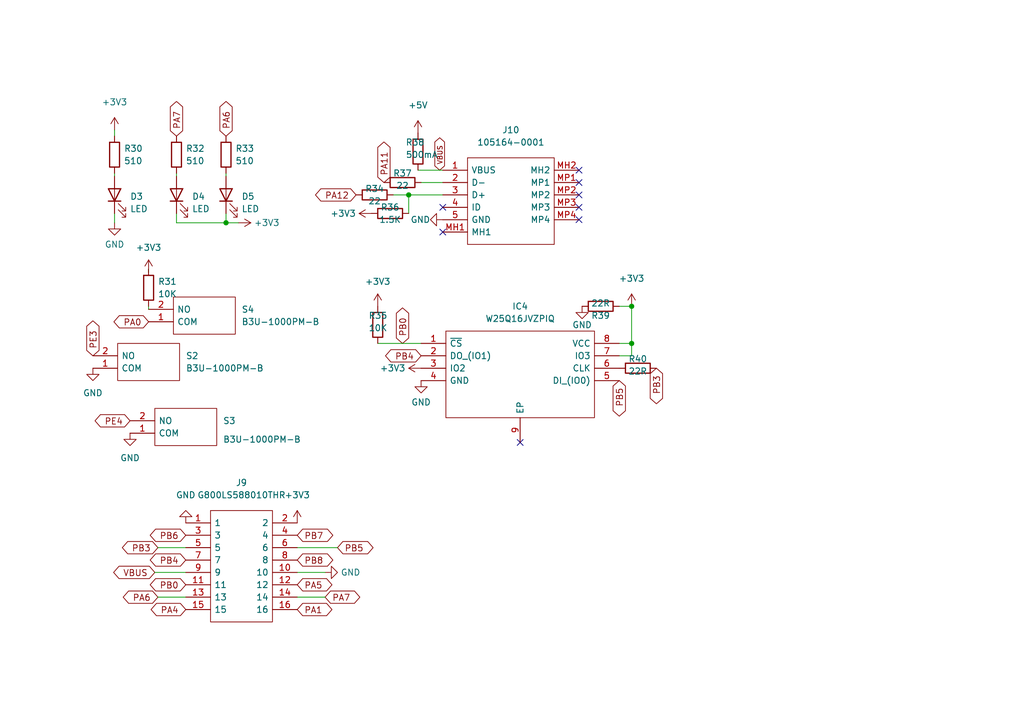
<source format=kicad_sch>
(kicad_sch (version 20211123) (generator eeschema)

  (uuid 9f9c920f-7078-4953-a528-c6eef8d23992)

  (paper "A5")

  (lib_symbols
    (symbol "Device:LED" (pin_numbers hide) (pin_names (offset 1.016) hide) (in_bom yes) (on_board yes)
      (property "Reference" "D" (id 0) (at 0 2.54 0)
        (effects (font (size 1.27 1.27)))
      )
      (property "Value" "LED" (id 1) (at 0 -2.54 0)
        (effects (font (size 1.27 1.27)))
      )
      (property "Footprint" "" (id 2) (at 0 0 0)
        (effects (font (size 1.27 1.27)) hide)
      )
      (property "Datasheet" "~" (id 3) (at 0 0 0)
        (effects (font (size 1.27 1.27)) hide)
      )
      (property "ki_keywords" "LED diode" (id 4) (at 0 0 0)
        (effects (font (size 1.27 1.27)) hide)
      )
      (property "ki_description" "Light emitting diode" (id 5) (at 0 0 0)
        (effects (font (size 1.27 1.27)) hide)
      )
      (property "ki_fp_filters" "LED* LED_SMD:* LED_THT:*" (id 6) (at 0 0 0)
        (effects (font (size 1.27 1.27)) hide)
      )
      (symbol "LED_0_1"
        (polyline
          (pts
            (xy -1.27 -1.27)
            (xy -1.27 1.27)
          )
          (stroke (width 0.254) (type default) (color 0 0 0 0))
          (fill (type none))
        )
        (polyline
          (pts
            (xy -1.27 0)
            (xy 1.27 0)
          )
          (stroke (width 0) (type default) (color 0 0 0 0))
          (fill (type none))
        )
        (polyline
          (pts
            (xy 1.27 -1.27)
            (xy 1.27 1.27)
            (xy -1.27 0)
            (xy 1.27 -1.27)
          )
          (stroke (width 0.254) (type default) (color 0 0 0 0))
          (fill (type none))
        )
        (polyline
          (pts
            (xy -3.048 -0.762)
            (xy -4.572 -2.286)
            (xy -3.81 -2.286)
            (xy -4.572 -2.286)
            (xy -4.572 -1.524)
          )
          (stroke (width 0) (type default) (color 0 0 0 0))
          (fill (type none))
        )
        (polyline
          (pts
            (xy -1.778 -0.762)
            (xy -3.302 -2.286)
            (xy -2.54 -2.286)
            (xy -3.302 -2.286)
            (xy -3.302 -1.524)
          )
          (stroke (width 0) (type default) (color 0 0 0 0))
          (fill (type none))
        )
      )
      (symbol "LED_1_1"
        (pin passive line (at -3.81 0 0) (length 2.54)
          (name "K" (effects (font (size 1.27 1.27))))
          (number "1" (effects (font (size 1.27 1.27))))
        )
        (pin passive line (at 3.81 0 180) (length 2.54)
          (name "A" (effects (font (size 1.27 1.27))))
          (number "2" (effects (font (size 1.27 1.27))))
        )
      )
    )
    (symbol "Device:R" (pin_numbers hide) (pin_names (offset 0)) (in_bom yes) (on_board yes)
      (property "Reference" "R" (id 0) (at 2.032 0 90)
        (effects (font (size 1.27 1.27)))
      )
      (property "Value" "R" (id 1) (at 0 0 90)
        (effects (font (size 1.27 1.27)))
      )
      (property "Footprint" "" (id 2) (at -1.778 0 90)
        (effects (font (size 1.27 1.27)) hide)
      )
      (property "Datasheet" "~" (id 3) (at 0 0 0)
        (effects (font (size 1.27 1.27)) hide)
      )
      (property "ki_keywords" "R res resistor" (id 4) (at 0 0 0)
        (effects (font (size 1.27 1.27)) hide)
      )
      (property "ki_description" "Resistor" (id 5) (at 0 0 0)
        (effects (font (size 1.27 1.27)) hide)
      )
      (property "ki_fp_filters" "R_*" (id 6) (at 0 0 0)
        (effects (font (size 1.27 1.27)) hide)
      )
      (symbol "R_0_1"
        (rectangle (start -1.016 -2.54) (end 1.016 2.54)
          (stroke (width 0.254) (type default) (color 0 0 0 0))
          (fill (type none))
        )
      )
      (symbol "R_1_1"
        (pin passive line (at 0 3.81 270) (length 1.27)
          (name "~" (effects (font (size 1.27 1.27))))
          (number "1" (effects (font (size 1.27 1.27))))
        )
        (pin passive line (at 0 -3.81 90) (length 1.27)
          (name "~" (effects (font (size 1.27 1.27))))
          (number "2" (effects (font (size 1.27 1.27))))
        )
      )
    )
    (symbol "SamacSys_Parts:105164-0001" (pin_names (offset 0.762)) (in_bom yes) (on_board yes)
      (property "Reference" "J" (id 0) (at 24.13 7.62 0)
        (effects (font (size 1.27 1.27)) (justify left))
      )
      (property "Value" "105164-0001" (id 1) (at 24.13 5.08 0)
        (effects (font (size 1.27 1.27)) (justify left))
      )
      (property "Footprint" "1051640001" (id 2) (at 24.13 2.54 0)
        (effects (font (size 1.27 1.27)) (justify left) hide)
      )
      (property "Datasheet" "https://www.molex.com/pdm_docs/sd/1051640001_sd.pdf" (id 3) (at 24.13 0 0)
        (effects (font (size 1.27 1.27)) (justify left) hide)
      )
      (property "Description" "USB - micro B USB 2.0 Receptacle Connector 5 Position Surface Mount, Right Angle; Through Hole" (id 4) (at 24.13 -2.54 0)
        (effects (font (size 1.27 1.27)) (justify left) hide)
      )
      (property "Height" "2.7" (id 5) (at 24.13 -5.08 0)
        (effects (font (size 1.27 1.27)) (justify left) hide)
      )
      (property "Manufacturer_Name" "Molex" (id 6) (at 24.13 -7.62 0)
        (effects (font (size 1.27 1.27)) (justify left) hide)
      )
      (property "Manufacturer_Part_Number" "105164-0001" (id 7) (at 24.13 -10.16 0)
        (effects (font (size 1.27 1.27)) (justify left) hide)
      )
      (property "Mouser Part Number" "538-105164-0001" (id 8) (at 24.13 -12.7 0)
        (effects (font (size 1.27 1.27)) (justify left) hide)
      )
      (property "Mouser Price/Stock" "https://www.mouser.co.uk/ProductDetail/Molex/105164-0001?qs=JAwGc6FMfvtRY4SkW%2FoGcQ%3D%3D" (id 9) (at 24.13 -15.24 0)
        (effects (font (size 1.27 1.27)) (justify left) hide)
      )
      (property "Arrow Part Number" "" (id 10) (at 24.13 -17.78 0)
        (effects (font (size 1.27 1.27)) (justify left) hide)
      )
      (property "Arrow Price/Stock" "" (id 11) (at 24.13 -20.32 0)
        (effects (font (size 1.27 1.27)) (justify left) hide)
      )
      (property "ki_description" "USB - micro B USB 2.0 Receptacle Connector 5 Position Surface Mount, Right Angle; Through Hole" (id 12) (at 0 0 0)
        (effects (font (size 1.27 1.27)) hide)
      )
      (symbol "105164-0001_0_0"
        (pin passive line (at 0 0 0) (length 5.08)
          (name "VBUS" (effects (font (size 1.27 1.27))))
          (number "1" (effects (font (size 1.27 1.27))))
        )
        (pin passive line (at 0 -2.54 0) (length 5.08)
          (name "D-" (effects (font (size 1.27 1.27))))
          (number "2" (effects (font (size 1.27 1.27))))
        )
        (pin passive line (at 0 -5.08 0) (length 5.08)
          (name "D+" (effects (font (size 1.27 1.27))))
          (number "3" (effects (font (size 1.27 1.27))))
        )
        (pin passive line (at 0 -7.62 0) (length 5.08)
          (name "ID" (effects (font (size 1.27 1.27))))
          (number "4" (effects (font (size 1.27 1.27))))
        )
        (pin passive line (at 0 -10.16 0) (length 5.08)
          (name "GND" (effects (font (size 1.27 1.27))))
          (number "5" (effects (font (size 1.27 1.27))))
        )
        (pin passive line (at 0 -12.7 0) (length 5.08)
          (name "MH1" (effects (font (size 1.27 1.27))))
          (number "MH1" (effects (font (size 1.27 1.27))))
        )
        (pin passive line (at 27.94 0 180) (length 5.08)
          (name "MH2" (effects (font (size 1.27 1.27))))
          (number "MH2" (effects (font (size 1.27 1.27))))
        )
        (pin passive line (at 27.94 -2.54 180) (length 5.08)
          (name "MP1" (effects (font (size 1.27 1.27))))
          (number "MP1" (effects (font (size 1.27 1.27))))
        )
        (pin passive line (at 27.94 -5.08 180) (length 5.08)
          (name "MP2" (effects (font (size 1.27 1.27))))
          (number "MP2" (effects (font (size 1.27 1.27))))
        )
        (pin passive line (at 27.94 -7.62 180) (length 5.08)
          (name "MP3" (effects (font (size 1.27 1.27))))
          (number "MP3" (effects (font (size 1.27 1.27))))
        )
        (pin passive line (at 27.94 -10.16 180) (length 5.08)
          (name "MP4" (effects (font (size 1.27 1.27))))
          (number "MP4" (effects (font (size 1.27 1.27))))
        )
      )
      (symbol "105164-0001_0_1"
        (polyline
          (pts
            (xy 5.08 2.54)
            (xy 22.86 2.54)
            (xy 22.86 -15.24)
            (xy 5.08 -15.24)
            (xy 5.08 2.54)
          )
          (stroke (width 0.1524) (type default) (color 0 0 0 0))
          (fill (type none))
        )
      )
    )
    (symbol "SamacSys_Parts:B3U-1000PM-B" (pin_names (offset 0.762)) (in_bom yes) (on_board yes)
      (property "Reference" "S" (id 0) (at 19.05 7.62 0)
        (effects (font (size 1.27 1.27)) (justify left))
      )
      (property "Value" "B3U-1000PM-B" (id 1) (at 19.05 5.08 0)
        (effects (font (size 1.27 1.27)) (justify left))
      )
      (property "Footprint" "B3U1000PMB" (id 2) (at 19.05 2.54 0)
        (effects (font (size 1.27 1.27)) (justify left) hide)
      )
      (property "Datasheet" "https://componentsearchengine.com/Datasheets/1/B3U-1000PM-B.pdf" (id 3) (at 19.05 0 0)
        (effects (font (size 1.27 1.27)) (justify left) hide)
      )
      (property "Description" "Microswitch TACT; SPST-NO; Pos:2; 0.05A/24VDC; SMT; 1.5N; 2.5x3mm" (id 4) (at 19.05 -2.54 0)
        (effects (font (size 1.27 1.27)) (justify left) hide)
      )
      (property "Height" "1.75" (id 5) (at 19.05 -5.08 0)
        (effects (font (size 1.27 1.27)) (justify left) hide)
      )
      (property "Manufacturer_Name" "Omron Electronics" (id 6) (at 19.05 -7.62 0)
        (effects (font (size 1.27 1.27)) (justify left) hide)
      )
      (property "Manufacturer_Part_Number" "B3U-1000PM-B" (id 7) (at 19.05 -10.16 0)
        (effects (font (size 1.27 1.27)) (justify left) hide)
      )
      (property "Mouser Part Number" "653-B3U-1000PM-B" (id 8) (at 19.05 -12.7 0)
        (effects (font (size 1.27 1.27)) (justify left) hide)
      )
      (property "Mouser Price/Stock" "https://www.mouser.co.uk/ProductDetail/Omron-Electronics/B3U-1000PM-B?qs=hnUcNC2tU0oErWp7o87bxg%3D%3D" (id 9) (at 19.05 -15.24 0)
        (effects (font (size 1.27 1.27)) (justify left) hide)
      )
      (property "Arrow Part Number" "" (id 10) (at 19.05 -17.78 0)
        (effects (font (size 1.27 1.27)) (justify left) hide)
      )
      (property "Arrow Price/Stock" "" (id 11) (at 19.05 -20.32 0)
        (effects (font (size 1.27 1.27)) (justify left) hide)
      )
      (property "ki_description" "Microswitch TACT; SPST-NO; Pos:2; 0.05A/24VDC; SMT; 1.5N; 2.5x3mm" (id 12) (at 0 0 0)
        (effects (font (size 1.27 1.27)) hide)
      )
      (symbol "B3U-1000PM-B_0_0"
        (pin passive line (at 0 -2.54 0) (length 5.08)
          (name "COM" (effects (font (size 1.27 1.27))))
          (number "1" (effects (font (size 1.27 1.27))))
        )
        (pin passive line (at 0 0 0) (length 5.08)
          (name "NO" (effects (font (size 1.27 1.27))))
          (number "2" (effects (font (size 1.27 1.27))))
        )
      )
      (symbol "B3U-1000PM-B_0_1"
        (polyline
          (pts
            (xy 5.08 2.54)
            (xy 17.78 2.54)
            (xy 17.78 -5.08)
            (xy 5.08 -5.08)
            (xy 5.08 2.54)
          )
          (stroke (width 0.1524) (type default) (color 0 0 0 0))
          (fill (type none))
        )
      )
    )
    (symbol "SamacSys_Parts:G800LS588010THR" (pin_names (offset 0.762)) (in_bom yes) (on_board yes)
      (property "Reference" "J" (id 0) (at 19.05 7.62 0)
        (effects (font (size 1.27 1.27)) (justify left))
      )
      (property "Value" "G800LS588010THR" (id 1) (at 19.05 5.08 0)
        (effects (font (size 1.27 1.27)) (justify left))
      )
      (property "Footprint" "HDRV16W64P254_2X8_2032X500X885P" (id 2) (at 19.05 2.54 0)
        (effects (font (size 1.27 1.27)) (justify left) hide)
      )
      (property "Datasheet" "https://cdn.amphenol-cs.com/media/wysiwyg/files/drawing/g800lsxxxxxxthr.pdf" (id 3) (at 19.05 0 0)
        (effects (font (size 1.27 1.27)) (justify left) hide)
      )
      (property "Description" "Pin Header 2.54mm Pitch STR DIP , 2x8Pin , 30u\" Gold , LCP , 6.0mm*2.54mm*3.8mm , T&R , W/CAP , Color-Black" (id 4) (at 19.05 -2.54 0)
        (effects (font (size 1.27 1.27)) (justify left) hide)
      )
      (property "Height" "8.85" (id 5) (at 19.05 -5.08 0)
        (effects (font (size 1.27 1.27)) (justify left) hide)
      )
      (property "Manufacturer_Name" "Amphenol Communications Solutions" (id 6) (at 19.05 -7.62 0)
        (effects (font (size 1.27 1.27)) (justify left) hide)
      )
      (property "Manufacturer_Part_Number" "G800LS588010THR" (id 7) (at 19.05 -10.16 0)
        (effects (font (size 1.27 1.27)) (justify left) hide)
      )
      (property "Mouser Part Number" "523-G800LS588010THR" (id 8) (at 19.05 -12.7 0)
        (effects (font (size 1.27 1.27)) (justify left) hide)
      )
      (property "Mouser Price/Stock" "https://www.mouser.co.uk/ProductDetail/Amphenol-Commercial-Products/G800LS588010THR?qs=f9yNj16SXrKju4h7nmvtWg%3D%3D" (id 9) (at 19.05 -15.24 0)
        (effects (font (size 1.27 1.27)) (justify left) hide)
      )
      (property "Arrow Part Number" "" (id 10) (at 19.05 -17.78 0)
        (effects (font (size 1.27 1.27)) (justify left) hide)
      )
      (property "Arrow Price/Stock" "" (id 11) (at 19.05 -20.32 0)
        (effects (font (size 1.27 1.27)) (justify left) hide)
      )
      (property "ki_description" "Pin Header 2.54mm Pitch STR DIP , 2x8Pin , 30u\" Gold , LCP , 6.0mm*2.54mm*3.8mm , T&R , W/CAP , Color-Black" (id 12) (at 0 0 0)
        (effects (font (size 1.27 1.27)) hide)
      )
      (symbol "G800LS588010THR_0_0"
        (pin passive line (at 0 0 0) (length 5.08)
          (name "1" (effects (font (size 1.27 1.27))))
          (number "1" (effects (font (size 1.27 1.27))))
        )
        (pin passive line (at 22.86 -10.16 180) (length 5.08)
          (name "10" (effects (font (size 1.27 1.27))))
          (number "10" (effects (font (size 1.27 1.27))))
        )
        (pin passive line (at 0 -12.7 0) (length 5.08)
          (name "11" (effects (font (size 1.27 1.27))))
          (number "11" (effects (font (size 1.27 1.27))))
        )
        (pin passive line (at 22.86 -12.7 180) (length 5.08)
          (name "12" (effects (font (size 1.27 1.27))))
          (number "12" (effects (font (size 1.27 1.27))))
        )
        (pin passive line (at 0 -15.24 0) (length 5.08)
          (name "13" (effects (font (size 1.27 1.27))))
          (number "13" (effects (font (size 1.27 1.27))))
        )
        (pin passive line (at 22.86 -15.24 180) (length 5.08)
          (name "14" (effects (font (size 1.27 1.27))))
          (number "14" (effects (font (size 1.27 1.27))))
        )
        (pin passive line (at 0 -17.78 0) (length 5.08)
          (name "15" (effects (font (size 1.27 1.27))))
          (number "15" (effects (font (size 1.27 1.27))))
        )
        (pin passive line (at 22.86 -17.78 180) (length 5.08)
          (name "16" (effects (font (size 1.27 1.27))))
          (number "16" (effects (font (size 1.27 1.27))))
        )
        (pin passive line (at 22.86 0 180) (length 5.08)
          (name "2" (effects (font (size 1.27 1.27))))
          (number "2" (effects (font (size 1.27 1.27))))
        )
        (pin passive line (at 0 -2.54 0) (length 5.08)
          (name "3" (effects (font (size 1.27 1.27))))
          (number "3" (effects (font (size 1.27 1.27))))
        )
        (pin passive line (at 22.86 -2.54 180) (length 5.08)
          (name "4" (effects (font (size 1.27 1.27))))
          (number "4" (effects (font (size 1.27 1.27))))
        )
        (pin passive line (at 0 -5.08 0) (length 5.08)
          (name "5" (effects (font (size 1.27 1.27))))
          (number "5" (effects (font (size 1.27 1.27))))
        )
        (pin passive line (at 22.86 -5.08 180) (length 5.08)
          (name "6" (effects (font (size 1.27 1.27))))
          (number "6" (effects (font (size 1.27 1.27))))
        )
        (pin passive line (at 0 -7.62 0) (length 5.08)
          (name "7" (effects (font (size 1.27 1.27))))
          (number "7" (effects (font (size 1.27 1.27))))
        )
        (pin passive line (at 22.86 -7.62 180) (length 5.08)
          (name "8" (effects (font (size 1.27 1.27))))
          (number "8" (effects (font (size 1.27 1.27))))
        )
        (pin passive line (at 0 -10.16 0) (length 5.08)
          (name "9" (effects (font (size 1.27 1.27))))
          (number "9" (effects (font (size 1.27 1.27))))
        )
      )
      (symbol "G800LS588010THR_0_1"
        (polyline
          (pts
            (xy 5.08 2.54)
            (xy 17.78 2.54)
            (xy 17.78 -20.32)
            (xy 5.08 -20.32)
            (xy 5.08 2.54)
          )
          (stroke (width 0.1524) (type default) (color 0 0 0 0))
          (fill (type none))
        )
      )
    )
    (symbol "SamacSys_Parts:W25Q16JVZPIQ" (pin_names (offset 0.762)) (in_bom yes) (on_board yes)
      (property "Reference" "IC" (id 0) (at 36.83 7.62 0)
        (effects (font (size 1.27 1.27)) (justify left))
      )
      (property "Value" "W25Q16JVZPIQ" (id 1) (at 36.83 5.08 0)
        (effects (font (size 1.27 1.27)) (justify left))
      )
      (property "Footprint" "SON127P600X500X80-9N-D" (id 2) (at 36.83 2.54 0)
        (effects (font (size 1.27 1.27)) (justify left) hide)
      )
      (property "Datasheet" "https://www.winbond.com/hq/search-resource-file.jsp?partNo=W25Q16JVZPIQ&type=datasheet" (id 3) (at 36.83 0 0)
        (effects (font (size 1.27 1.27)) (justify left) hide)
      )
      (property "Description" "16M-bit Serial Flash Memory with uniform 4KB sectors and Dual/Quad SPI" (id 4) (at 36.83 -2.54 0)
        (effects (font (size 1.27 1.27)) (justify left) hide)
      )
      (property "Height" "0.8" (id 5) (at 36.83 -5.08 0)
        (effects (font (size 1.27 1.27)) (justify left) hide)
      )
      (property "Manufacturer_Name" "Winbond" (id 6) (at 36.83 -7.62 0)
        (effects (font (size 1.27 1.27)) (justify left) hide)
      )
      (property "Manufacturer_Part_Number" "W25Q16JVZPIQ" (id 7) (at 36.83 -10.16 0)
        (effects (font (size 1.27 1.27)) (justify left) hide)
      )
      (property "Mouser Part Number" "454-W25Q16JVZPIQ" (id 8) (at 36.83 -12.7 0)
        (effects (font (size 1.27 1.27)) (justify left) hide)
      )
      (property "Mouser Price/Stock" "https://www.mouser.co.uk/ProductDetail/Winbond/W25Q16JVZPIQ?qs=qSfuJ%252Bfl%2Fd5j0dm6nxuK%252BA%3D%3D" (id 9) (at 36.83 -15.24 0)
        (effects (font (size 1.27 1.27)) (justify left) hide)
      )
      (property "Arrow Part Number" "W25Q16JVZPIQ" (id 10) (at 36.83 -17.78 0)
        (effects (font (size 1.27 1.27)) (justify left) hide)
      )
      (property "Arrow Price/Stock" "https://www.arrow.com/en/products/w25q16jvzpiq/winbond-electronics?region=nac" (id 11) (at 36.83 -20.32 0)
        (effects (font (size 1.27 1.27)) (justify left) hide)
      )
      (property "ki_description" "16M-bit Serial Flash Memory with uniform 4KB sectors and Dual/Quad SPI" (id 12) (at 0 0 0)
        (effects (font (size 1.27 1.27)) hide)
      )
      (symbol "W25Q16JVZPIQ_0_0"
        (pin passive line (at 0 0 0) (length 5.08)
          (name "~{CS}" (effects (font (size 1.27 1.27))))
          (number "1" (effects (font (size 1.27 1.27))))
        )
        (pin passive line (at 0 -2.54 0) (length 5.08)
          (name "DO_(IO1)" (effects (font (size 1.27 1.27))))
          (number "2" (effects (font (size 1.27 1.27))))
        )
        (pin passive line (at 0 -5.08 0) (length 5.08)
          (name "IO2" (effects (font (size 1.27 1.27))))
          (number "3" (effects (font (size 1.27 1.27))))
        )
        (pin passive line (at 0 -7.62 0) (length 5.08)
          (name "GND" (effects (font (size 1.27 1.27))))
          (number "4" (effects (font (size 1.27 1.27))))
        )
        (pin passive line (at 40.64 -7.62 180) (length 5.08)
          (name "DI_(IO0)" (effects (font (size 1.27 1.27))))
          (number "5" (effects (font (size 1.27 1.27))))
        )
        (pin passive line (at 40.64 -5.08 180) (length 5.08)
          (name "CLK" (effects (font (size 1.27 1.27))))
          (number "6" (effects (font (size 1.27 1.27))))
        )
        (pin passive line (at 40.64 -2.54 180) (length 5.08)
          (name "IO3" (effects (font (size 1.27 1.27))))
          (number "7" (effects (font (size 1.27 1.27))))
        )
        (pin passive line (at 40.64 0 180) (length 5.08)
          (name "VCC" (effects (font (size 1.27 1.27))))
          (number "8" (effects (font (size 1.27 1.27))))
        )
        (pin passive line (at 20.32 -20.32 90) (length 5.08)
          (name "EP" (effects (font (size 1.27 1.27))))
          (number "9" (effects (font (size 1.27 1.27))))
        )
      )
      (symbol "W25Q16JVZPIQ_0_1"
        (polyline
          (pts
            (xy 5.08 2.54)
            (xy 35.56 2.54)
            (xy 35.56 -15.24)
            (xy 5.08 -15.24)
            (xy 5.08 2.54)
          )
          (stroke (width 0.1524) (type default) (color 0 0 0 0))
          (fill (type none))
        )
      )
    )
    (symbol "power:+3V3" (power) (pin_names (offset 0)) (in_bom yes) (on_board yes)
      (property "Reference" "#PWR" (id 0) (at 0 -3.81 0)
        (effects (font (size 1.27 1.27)) hide)
      )
      (property "Value" "+3V3" (id 1) (at 0 3.556 0)
        (effects (font (size 1.27 1.27)))
      )
      (property "Footprint" "" (id 2) (at 0 0 0)
        (effects (font (size 1.27 1.27)) hide)
      )
      (property "Datasheet" "" (id 3) (at 0 0 0)
        (effects (font (size 1.27 1.27)) hide)
      )
      (property "ki_keywords" "power-flag" (id 4) (at 0 0 0)
        (effects (font (size 1.27 1.27)) hide)
      )
      (property "ki_description" "Power symbol creates a global label with name \"+3V3\"" (id 5) (at 0 0 0)
        (effects (font (size 1.27 1.27)) hide)
      )
      (symbol "+3V3_0_1"
        (polyline
          (pts
            (xy -0.762 1.27)
            (xy 0 2.54)
          )
          (stroke (width 0) (type default) (color 0 0 0 0))
          (fill (type none))
        )
        (polyline
          (pts
            (xy 0 0)
            (xy 0 2.54)
          )
          (stroke (width 0) (type default) (color 0 0 0 0))
          (fill (type none))
        )
        (polyline
          (pts
            (xy 0 2.54)
            (xy 0.762 1.27)
          )
          (stroke (width 0) (type default) (color 0 0 0 0))
          (fill (type none))
        )
      )
      (symbol "+3V3_1_1"
        (pin power_in line (at 0 0 90) (length 0) hide
          (name "+3V3" (effects (font (size 1.27 1.27))))
          (number "1" (effects (font (size 1.27 1.27))))
        )
      )
    )
    (symbol "power:+5V" (power) (pin_names (offset 0)) (in_bom yes) (on_board yes)
      (property "Reference" "#PWR" (id 0) (at 0 -3.81 0)
        (effects (font (size 1.27 1.27)) hide)
      )
      (property "Value" "+5V" (id 1) (at 0 3.556 0)
        (effects (font (size 1.27 1.27)))
      )
      (property "Footprint" "" (id 2) (at 0 0 0)
        (effects (font (size 1.27 1.27)) hide)
      )
      (property "Datasheet" "" (id 3) (at 0 0 0)
        (effects (font (size 1.27 1.27)) hide)
      )
      (property "ki_keywords" "power-flag" (id 4) (at 0 0 0)
        (effects (font (size 1.27 1.27)) hide)
      )
      (property "ki_description" "Power symbol creates a global label with name \"+5V\"" (id 5) (at 0 0 0)
        (effects (font (size 1.27 1.27)) hide)
      )
      (symbol "+5V_0_1"
        (polyline
          (pts
            (xy -0.762 1.27)
            (xy 0 2.54)
          )
          (stroke (width 0) (type default) (color 0 0 0 0))
          (fill (type none))
        )
        (polyline
          (pts
            (xy 0 0)
            (xy 0 2.54)
          )
          (stroke (width 0) (type default) (color 0 0 0 0))
          (fill (type none))
        )
        (polyline
          (pts
            (xy 0 2.54)
            (xy 0.762 1.27)
          )
          (stroke (width 0) (type default) (color 0 0 0 0))
          (fill (type none))
        )
      )
      (symbol "+5V_1_1"
        (pin power_in line (at 0 0 90) (length 0) hide
          (name "+5V" (effects (font (size 1.27 1.27))))
          (number "1" (effects (font (size 1.27 1.27))))
        )
      )
    )
    (symbol "power:GND" (power) (pin_names (offset 0)) (in_bom yes) (on_board yes)
      (property "Reference" "#PWR" (id 0) (at 0 -6.35 0)
        (effects (font (size 1.27 1.27)) hide)
      )
      (property "Value" "GND" (id 1) (at 0 -3.81 0)
        (effects (font (size 1.27 1.27)))
      )
      (property "Footprint" "" (id 2) (at 0 0 0)
        (effects (font (size 1.27 1.27)) hide)
      )
      (property "Datasheet" "" (id 3) (at 0 0 0)
        (effects (font (size 1.27 1.27)) hide)
      )
      (property "ki_keywords" "power-flag" (id 4) (at 0 0 0)
        (effects (font (size 1.27 1.27)) hide)
      )
      (property "ki_description" "Power symbol creates a global label with name \"GND\" , ground" (id 5) (at 0 0 0)
        (effects (font (size 1.27 1.27)) hide)
      )
      (symbol "GND_0_1"
        (polyline
          (pts
            (xy 0 0)
            (xy 0 -1.27)
            (xy 1.27 -1.27)
            (xy 0 -2.54)
            (xy -1.27 -1.27)
            (xy 0 -1.27)
          )
          (stroke (width 0) (type default) (color 0 0 0 0))
          (fill (type none))
        )
      )
      (symbol "GND_1_1"
        (pin power_in line (at 0 0 270) (length 0) hide
          (name "GND" (effects (font (size 1.27 1.27))))
          (number "1" (effects (font (size 1.27 1.27))))
        )
      )
    )
  )

  (junction (at 129.54 62.865) (diameter 0) (color 0 0 0 0)
    (uuid 390bad41-76ea-4fc6-94ca-cfe9da840a01)
  )
  (junction (at 129.54 70.485) (diameter 0) (color 0 0 0 0)
    (uuid 454fe3a0-bc97-4962-903f-4331c513b2e4)
  )
  (junction (at 83.82 40.005) (diameter 0) (color 0 0 0 0)
    (uuid 458663c5-12df-45ef-a086-710215b03402)
  )
  (junction (at 46.355 45.72) (diameter 0) (color 0 0 0 0)
    (uuid c25b6685-1d57-4747-97b4-def843db0876)
  )

  (no_connect (at 106.68 90.805) (uuid 15e56ead-2e43-4a83-8462-94419016c141))
  (no_connect (at 118.745 34.925) (uuid 1ddd84a2-6490-45e0-a944-3dd8c032db70))
  (no_connect (at 118.745 45.085) (uuid 1ddd84a2-6490-45e0-a944-3dd8c032db71))
  (no_connect (at 118.745 42.545) (uuid 1ddd84a2-6490-45e0-a944-3dd8c032db72))
  (no_connect (at 118.745 40.005) (uuid 1ddd84a2-6490-45e0-a944-3dd8c032db73))
  (no_connect (at 118.745 37.465) (uuid 1ddd84a2-6490-45e0-a944-3dd8c032db74))
  (no_connect (at 90.805 42.545) (uuid 1ddd84a2-6490-45e0-a944-3dd8c032db75))
  (no_connect (at 90.805 47.625) (uuid 1ddd84a2-6490-45e0-a944-3dd8c032db76))

  (wire (pts (xy 127 70.485) (xy 129.54 70.485))
    (stroke (width 0) (type default) (color 0 0 0 0))
    (uuid 00e2df2b-26dd-4bc9-b55e-f976f0be0e5c)
  )
  (wire (pts (xy 30.48 55.245) (xy 30.48 55.88))
    (stroke (width 0) (type default) (color 0 0 0 0))
    (uuid 04a8c98f-d574-4444-9961-63b3c48f5eba)
  )
  (wire (pts (xy 83.82 40.005) (xy 90.805 40.005))
    (stroke (width 0) (type default) (color 0 0 0 0))
    (uuid 05082f96-0bf1-4657-9cba-5b7228467e64)
  )
  (wire (pts (xy 85.725 34.925) (xy 90.805 34.925))
    (stroke (width 0) (type default) (color 0 0 0 0))
    (uuid 09348fc0-39e8-465c-bd83-1e966e912cb7)
  )
  (wire (pts (xy 83.82 40.005) (xy 83.82 43.815))
    (stroke (width 0) (type default) (color 0 0 0 0))
    (uuid 09f91826-f24d-4197-8923-26daad9c8248)
  )
  (wire (pts (xy 32.385 112.395) (xy 38.1 112.395))
    (stroke (width 0) (type default) (color 0 0 0 0))
    (uuid 23d143a0-1f48-47f8-8ece-74efd470296a)
  )
  (wire (pts (xy 30.48 62.865) (xy 30.48 63.5))
    (stroke (width 0) (type default) (color 0 0 0 0))
    (uuid 3285c21d-ee3d-4816-9beb-e7cc21065214)
  )
  (wire (pts (xy 23.495 36.195) (xy 23.495 35.56))
    (stroke (width 0) (type default) (color 0 0 0 0))
    (uuid 42977dc3-711e-41db-a5b8-1ca6dac55642)
  )
  (wire (pts (xy 129.54 62.865) (xy 129.54 70.485))
    (stroke (width 0) (type default) (color 0 0 0 0))
    (uuid 5a4840da-4c60-4396-918b-12d257183afc)
  )
  (wire (pts (xy 23.495 43.815) (xy 23.495 45.72))
    (stroke (width 0) (type default) (color 0 0 0 0))
    (uuid 5ff986bb-96e7-4c1f-9040-26537f5ce9bc)
  )
  (wire (pts (xy 86.36 37.465) (xy 90.805 37.465))
    (stroke (width 0) (type default) (color 0 0 0 0))
    (uuid 663d5a6f-6f6a-4611-a3e8-b64560ca86db)
  )
  (wire (pts (xy 46.355 45.72) (xy 46.355 43.815))
    (stroke (width 0) (type default) (color 0 0 0 0))
    (uuid 6e6b5dc6-fe7e-47d6-9abf-db58e733bfc6)
  )
  (wire (pts (xy 66.675 117.475) (xy 60.96 117.475))
    (stroke (width 0) (type default) (color 0 0 0 0))
    (uuid 750d20c7-44e7-4d85-b51d-7eed3d32772b)
  )
  (wire (pts (xy 36.195 45.72) (xy 46.355 45.72))
    (stroke (width 0) (type default) (color 0 0 0 0))
    (uuid 762ab5ca-a1e7-46f8-8e24-5e1f9410d4a4)
  )
  (wire (pts (xy 36.195 43.815) (xy 36.195 45.72))
    (stroke (width 0) (type default) (color 0 0 0 0))
    (uuid 7764a324-152e-43c6-aec0-17bca56b84b3)
  )
  (wire (pts (xy 48.895 45.72) (xy 46.355 45.72))
    (stroke (width 0) (type default) (color 0 0 0 0))
    (uuid 90679174-9698-4041-9f69-e5b9852567b9)
  )
  (wire (pts (xy 69.215 112.395) (xy 60.96 112.395))
    (stroke (width 0) (type default) (color 0 0 0 0))
    (uuid 949a9fc6-2a83-4195-a908-6725d6e1c73a)
  )
  (wire (pts (xy 36.195 36.195) (xy 36.195 35.56))
    (stroke (width 0) (type default) (color 0 0 0 0))
    (uuid 998bfc51-c646-4e3f-9c55-6f67a78f29e2)
  )
  (wire (pts (xy 127 73.025) (xy 129.54 73.025))
    (stroke (width 0) (type default) (color 0 0 0 0))
    (uuid a5f7a678-9853-4bcf-961a-fe302e581339)
  )
  (wire (pts (xy 23.495 26.67) (xy 23.495 27.94))
    (stroke (width 0) (type default) (color 0 0 0 0))
    (uuid a9805f2c-df89-42ad-b656-b0abafb53de2)
  )
  (wire (pts (xy 80.645 40.005) (xy 83.82 40.005))
    (stroke (width 0) (type default) (color 0 0 0 0))
    (uuid b31ea6ca-e720-43d3-9666-4758c0068a54)
  )
  (wire (pts (xy 46.355 36.195) (xy 46.355 35.56))
    (stroke (width 0) (type default) (color 0 0 0 0))
    (uuid d23493f3-20a0-49ed-9460-0281cdd1a7b6)
  )
  (wire (pts (xy 66.675 122.555) (xy 60.96 122.555))
    (stroke (width 0) (type default) (color 0 0 0 0))
    (uuid dd9c1fe5-47dc-43a6-ad37-d90d9e290280)
  )
  (wire (pts (xy 129.54 73.025) (xy 129.54 70.485))
    (stroke (width 0) (type default) (color 0 0 0 0))
    (uuid e5a43ebe-3734-477a-8e87-d68909e771b5)
  )
  (wire (pts (xy 31.75 117.475) (xy 38.1 117.475))
    (stroke (width 0) (type default) (color 0 0 0 0))
    (uuid e6c6f884-f503-453b-a0dc-07076bba4d64)
  )
  (wire (pts (xy 77.47 70.485) (xy 86.36 70.485))
    (stroke (width 0) (type default) (color 0 0 0 0))
    (uuid ed998773-2eb7-4191-8ac1-6eb81b4552a0)
  )
  (wire (pts (xy 127 62.865) (xy 129.54 62.865))
    (stroke (width 0) (type default) (color 0 0 0 0))
    (uuid f1962419-1e3d-4ff6-8708-e809f237da82)
  )
  (wire (pts (xy 32.385 122.555) (xy 38.1 122.555))
    (stroke (width 0) (type default) (color 0 0 0 0))
    (uuid fa7bd813-4b03-4907-b18e-b764402621f4)
  )

  (global_label "PA5" (shape bidirectional) (at 60.96 120.015 0) (fields_autoplaced)
    (effects (font (size 1.27 1.27)) (justify left))
    (uuid 00f72cce-7bf9-46fb-8f47-b29831940a27)
    (property "Intersheet References" "${INTERSHEET_REFS}" (id 0) (at 66.9412 119.9356 0)
      (effects (font (size 1.27 1.27)) (justify left) hide)
    )
  )
  (global_label "PB8" (shape bidirectional) (at 60.96 114.935 0) (fields_autoplaced)
    (effects (font (size 1.27 1.27)) (justify left))
    (uuid 0de5ffa5-3747-4a34-8d5a-03da6292bfe8)
    (property "Intersheet References" "${INTERSHEET_REFS}" (id 0) (at 67.1226 114.8556 0)
      (effects (font (size 1.27 1.27)) (justify left) hide)
    )
  )
  (global_label "PA0" (shape bidirectional) (at 30.48 66.04 180) (fields_autoplaced)
    (effects (font (size 1.27 1.27)) (justify right))
    (uuid 120ada3d-c235-4464-9d57-90f3e9036515)
    (property "Intersheet References" "${INTERSHEET_REFS}" (id 0) (at 24.4988 66.1194 0)
      (effects (font (size 1.27 1.27)) (justify right) hide)
    )
  )
  (global_label "PA7" (shape bidirectional) (at 36.195 27.94 90) (fields_autoplaced)
    (effects (font (size 1.27 1.27)) (justify left))
    (uuid 176e2c07-390d-4c23-81d0-2fe8282234d2)
    (property "Intersheet References" "${INTERSHEET_REFS}" (id 0) (at 36.1156 21.9588 90)
      (effects (font (size 1.27 1.27)) (justify left) hide)
    )
  )
  (global_label "PA6" (shape bidirectional) (at 32.385 122.555 180) (fields_autoplaced)
    (effects (font (size 1.27 1.27)) (justify right))
    (uuid 1774c4ca-8c98-4d6f-a8e3-d79676d946b8)
    (property "Intersheet References" "${INTERSHEET_REFS}" (id 0) (at 26.4038 122.4756 0)
      (effects (font (size 1.27 1.27)) (justify right) hide)
    )
  )
  (global_label "PB4" (shape bidirectional) (at 38.1 114.935 180) (fields_autoplaced)
    (effects (font (size 1.27 1.27)) (justify right))
    (uuid 1aed32b3-ab41-4f5f-92e7-653c57afae09)
    (property "Intersheet References" "${INTERSHEET_REFS}" (id 0) (at 31.9374 115.0144 0)
      (effects (font (size 1.27 1.27)) (justify right) hide)
    )
  )
  (global_label "PB3" (shape bidirectional) (at 32.385 112.395 180) (fields_autoplaced)
    (effects (font (size 1.27 1.27)) (justify right))
    (uuid 30e3a0bb-6fd5-43fc-ba44-5e26f78bf9ea)
    (property "Intersheet References" "${INTERSHEET_REFS}" (id 0) (at 26.2224 112.4744 0)
      (effects (font (size 1.27 1.27)) (justify right) hide)
    )
  )
  (global_label "PB7" (shape bidirectional) (at 60.96 109.855 0) (fields_autoplaced)
    (effects (font (size 1.27 1.27)) (justify left))
    (uuid 4800e056-f750-453b-83f3-8ac1f510074e)
    (property "Intersheet References" "${INTERSHEET_REFS}" (id 0) (at 67.1226 109.7756 0)
      (effects (font (size 1.27 1.27)) (justify left) hide)
    )
  )
  (global_label "PA4" (shape bidirectional) (at 38.1 125.095 180) (fields_autoplaced)
    (effects (font (size 1.27 1.27)) (justify right))
    (uuid 58704a3f-977c-49c9-82ab-77f543f9a6ee)
    (property "Intersheet References" "${INTERSHEET_REFS}" (id 0) (at 32.1188 125.0156 0)
      (effects (font (size 1.27 1.27)) (justify right) hide)
    )
  )
  (global_label "PB0" (shape bidirectional) (at 82.55 70.485 90) (fields_autoplaced)
    (effects (font (size 1.27 1.27)) (justify left))
    (uuid 5a64cb40-ddd2-44bf-8016-060d4ce732bb)
    (property "Intersheet References" "${INTERSHEET_REFS}" (id 0) (at 82.4706 64.3224 90)
      (effects (font (size 1.27 1.27)) (justify left) hide)
    )
  )
  (global_label "PB3" (shape bidirectional) (at 134.62 75.565 270) (fields_autoplaced)
    (effects (font (size 1.27 1.27)) (justify right))
    (uuid 5cd7e07e-87a7-4d3e-b855-8820c9a41e05)
    (property "Intersheet References" "${INTERSHEET_REFS}" (id 0) (at 134.6994 81.7276 90)
      (effects (font (size 1.27 1.27)) (justify right) hide)
    )
  )
  (global_label "PA12" (shape bidirectional) (at 73.025 40.005 180) (fields_autoplaced)
    (effects (font (size 1.27 1.27)) (justify right))
    (uuid 69fb416f-e83f-4137-8ede-72da70126b69)
    (property "Intersheet References" "${INTERSHEET_REFS}" (id 0) (at 65.8343 40.0844 0)
      (effects (font (size 1.27 1.27)) (justify right) hide)
    )
  )
  (global_label "PB6" (shape bidirectional) (at 38.1 109.855 180) (fields_autoplaced)
    (effects (font (size 1.27 1.27)) (justify right))
    (uuid 7402944d-f56c-4ae3-9830-c5a39648d15c)
    (property "Intersheet References" "${INTERSHEET_REFS}" (id 0) (at 31.9374 109.9344 0)
      (effects (font (size 1.27 1.27)) (justify right) hide)
    )
  )
  (global_label "VBUS" (shape bidirectional) (at 90.17 34.925 90) (fields_autoplaced)
    (effects (font (size 1 1)) (justify left))
    (uuid 75016600-f2b8-4e7b-8509-522c8d98f482)
    (property "Intersheet References" "${INTERSHEET_REFS}" (id 0) (at 90.1075 29.1679 90)
      (effects (font (size 1 1)) (justify left) hide)
    )
  )
  (global_label "PB5" (shape bidirectional) (at 127 78.105 270) (fields_autoplaced)
    (effects (font (size 1.27 1.27)) (justify right))
    (uuid 7928503b-9882-4b5c-9a5a-db31694988cd)
    (property "Intersheet References" "${INTERSHEET_REFS}" (id 0) (at 127.0794 84.2676 90)
      (effects (font (size 1.27 1.27)) (justify right) hide)
    )
  )
  (global_label "PA1" (shape bidirectional) (at 60.96 125.095 0) (fields_autoplaced)
    (effects (font (size 1.27 1.27)) (justify left))
    (uuid 88824895-35ed-4656-8385-8fc4550b8582)
    (property "Intersheet References" "${INTERSHEET_REFS}" (id 0) (at 66.9412 125.0156 0)
      (effects (font (size 1.27 1.27)) (justify left) hide)
    )
  )
  (global_label "PE3" (shape bidirectional) (at 19.05 73.025 90) (fields_autoplaced)
    (effects (font (size 1.27 1.27)) (justify left))
    (uuid 8e0a51bb-c3f9-41c0-9f71-18d0a0c35cdd)
    (property "Intersheet References" "${INTERSHEET_REFS}" (id 0) (at 18.9706 66.9833 90)
      (effects (font (size 1.27 1.27)) (justify left) hide)
    )
  )
  (global_label "PA6" (shape bidirectional) (at 46.355 27.94 90) (fields_autoplaced)
    (effects (font (size 1.27 1.27)) (justify left))
    (uuid 98aef741-20f6-4c25-a656-d8810fac4f04)
    (property "Intersheet References" "${INTERSHEET_REFS}" (id 0) (at 46.2756 21.9588 90)
      (effects (font (size 1.27 1.27)) (justify left) hide)
    )
  )
  (global_label "VBUS" (shape bidirectional) (at 31.75 117.475 180) (fields_autoplaced)
    (effects (font (size 1.27 1.27)) (justify right))
    (uuid a2e2b275-b5ae-4378-a65e-041504a63095)
    (property "Intersheet References" "${INTERSHEET_REFS}" (id 0) (at 24.4383 117.5544 0)
      (effects (font (size 1.27 1.27)) (justify right) hide)
    )
  )
  (global_label "PB4" (shape bidirectional) (at 86.36 73.025 180) (fields_autoplaced)
    (effects (font (size 1.27 1.27)) (justify right))
    (uuid c3393261-165b-402c-8314-d444ff68e140)
    (property "Intersheet References" "${INTERSHEET_REFS}" (id 0) (at 80.1974 72.9456 0)
      (effects (font (size 1.27 1.27)) (justify right) hide)
    )
  )
  (global_label "PB5" (shape bidirectional) (at 69.215 112.395 0) (fields_autoplaced)
    (effects (font (size 1.27 1.27)) (justify left))
    (uuid ccdfc4e3-04b8-48a0-af12-08ae405a31bb)
    (property "Intersheet References" "${INTERSHEET_REFS}" (id 0) (at 75.3776 112.3156 0)
      (effects (font (size 1.27 1.27)) (justify left) hide)
    )
  )
  (global_label "PB0" (shape bidirectional) (at 38.1 120.015 180) (fields_autoplaced)
    (effects (font (size 1.27 1.27)) (justify right))
    (uuid d0e7fcef-1950-47aa-a404-0f5a40dd3092)
    (property "Intersheet References" "${INTERSHEET_REFS}" (id 0) (at 31.9374 119.9356 0)
      (effects (font (size 1.27 1.27)) (justify right) hide)
    )
  )
  (global_label "PA11" (shape bidirectional) (at 78.74 37.465 90) (fields_autoplaced)
    (effects (font (size 1.27 1.27)) (justify left))
    (uuid d8526547-5bef-4c93-8584-9bb73c9cfa96)
    (property "Intersheet References" "${INTERSHEET_REFS}" (id 0) (at 78.6606 30.2743 90)
      (effects (font (size 1.27 1.27)) (justify left) hide)
    )
  )
  (global_label "PA7" (shape bidirectional) (at 66.675 122.555 0) (fields_autoplaced)
    (effects (font (size 1.27 1.27)) (justify left))
    (uuid ef13de16-fba5-4fee-b7b4-509326cb192e)
    (property "Intersheet References" "${INTERSHEET_REFS}" (id 0) (at 72.6562 122.4756 0)
      (effects (font (size 1.27 1.27)) (justify left) hide)
    )
  )
  (global_label "PE4" (shape bidirectional) (at 26.67 86.36 180) (fields_autoplaced)
    (effects (font (size 1.27 1.27)) (justify right))
    (uuid fa532670-3506-4f63-99ff-fd71a560e0e3)
    (property "Intersheet References" "${INTERSHEET_REFS}" (id 0) (at 20.6283 86.4394 0)
      (effects (font (size 1.27 1.27)) (justify right) hide)
    )
  )

  (symbol (lib_id "power:+3V3") (at 30.48 55.88 0) (unit 1)
    (in_bom yes) (on_board yes) (fields_autoplaced)
    (uuid 0165ffa7-cc42-4e5d-8be9-52cd516879e1)
    (property "Reference" "#PWR069" (id 0) (at 30.48 59.69 0)
      (effects (font (size 1.27 1.27)) hide)
    )
    (property "Value" "+3V3" (id 1) (at 30.48 50.8 0))
    (property "Footprint" "" (id 2) (at 30.48 55.88 0)
      (effects (font (size 1.27 1.27)) hide)
    )
    (property "Datasheet" "" (id 3) (at 30.48 55.88 0)
      (effects (font (size 1.27 1.27)) hide)
    )
    (pin "1" (uuid 1c9f54d1-5059-4056-a112-32c81069cc05))
  )

  (symbol (lib_id "power:+3V3") (at 76.2 43.815 90) (unit 1)
    (in_bom yes) (on_board yes) (fields_autoplaced)
    (uuid 05a55fe2-0800-4091-a6f2-4ab41bdb6ad2)
    (property "Reference" "#PWR074" (id 0) (at 80.01 43.815 0)
      (effects (font (size 1.27 1.27)) hide)
    )
    (property "Value" "+3V3" (id 1) (at 73.025 43.8149 90)
      (effects (font (size 1.27 1.27)) (justify left))
    )
    (property "Footprint" "" (id 2) (at 76.2 43.815 0)
      (effects (font (size 1.27 1.27)) hide)
    )
    (property "Datasheet" "" (id 3) (at 76.2 43.815 0)
      (effects (font (size 1.27 1.27)) hide)
    )
    (pin "1" (uuid 1ddf39cf-e0b8-41e0-b640-b18f9fe7bacb))
  )

  (symbol (lib_id "Device:R") (at 46.355 31.75 0) (unit 1)
    (in_bom yes) (on_board yes) (fields_autoplaced)
    (uuid 12f8a394-4d8d-46a7-9812-5fd44885c925)
    (property "Reference" "R33" (id 0) (at 48.26 30.4799 0)
      (effects (font (size 1.27 1.27)) (justify left))
    )
    (property "Value" "510" (id 1) (at 48.26 33.0199 0)
      (effects (font (size 1.27 1.27)) (justify left))
    )
    (property "Footprint" "LED_SMD:LED_0603_1608Metric_Pad1.05x0.95mm_HandSolder" (id 2) (at 44.577 31.75 90)
      (effects (font (size 1.27 1.27)) hide)
    )
    (property "Datasheet" "~" (id 3) (at 46.355 31.75 0)
      (effects (font (size 1.27 1.27)) hide)
    )
    (pin "1" (uuid 15af1be1-8316-4355-8392-5e3ae63a9bf0))
    (pin "2" (uuid 8b883022-fb12-4ada-b8cc-aebfc6ff0a09))
  )

  (symbol (lib_id "power:+3V3") (at 23.495 26.67 0) (unit 1)
    (in_bom yes) (on_board yes) (fields_autoplaced)
    (uuid 18365f9f-4697-4206-8c1d-82d6dcdeaf22)
    (property "Reference" "#PWR066" (id 0) (at 23.495 30.48 0)
      (effects (font (size 1.27 1.27)) hide)
    )
    (property "Value" "+3V3" (id 1) (at 23.495 20.955 0))
    (property "Footprint" "" (id 2) (at 23.495 26.67 0)
      (effects (font (size 1.27 1.27)) hide)
    )
    (property "Datasheet" "" (id 3) (at 23.495 26.67 0)
      (effects (font (size 1.27 1.27)) hide)
    )
    (pin "1" (uuid 9523eeb7-916c-45d5-8893-63d67d86aa9a))
  )

  (symbol (lib_id "SamacSys_Parts:G800LS588010THR") (at 38.1 107.315 0) (unit 1)
    (in_bom yes) (on_board yes) (fields_autoplaced)
    (uuid 2321579c-c2d2-40c7-94ba-4e002981920e)
    (property "Reference" "J9" (id 0) (at 49.53 99.06 0))
    (property "Value" "G800LS588010THR" (id 1) (at 49.53 101.6 0))
    (property "Footprint" "HDRV16W64P254_2X8_2032X500X885P" (id 2) (at 57.15 104.775 0)
      (effects (font (size 1.27 1.27)) (justify left) hide)
    )
    (property "Datasheet" "https://cdn.amphenol-cs.com/media/wysiwyg/files/drawing/g800lsxxxxxxthr.pdf" (id 3) (at 57.15 107.315 0)
      (effects (font (size 1.27 1.27)) (justify left) hide)
    )
    (property "Description" "Pin Header 2.54mm Pitch STR DIP , 2x8Pin , 30u\" Gold , LCP , 6.0mm*2.54mm*3.8mm , T&R , W/CAP , Color-Black" (id 4) (at 57.15 109.855 0)
      (effects (font (size 1.27 1.27)) (justify left) hide)
    )
    (property "Height" "8.85" (id 5) (at 57.15 112.395 0)
      (effects (font (size 1.27 1.27)) (justify left) hide)
    )
    (property "Manufacturer_Name" "Amphenol Communications Solutions" (id 6) (at 57.15 114.935 0)
      (effects (font (size 1.27 1.27)) (justify left) hide)
    )
    (property "Manufacturer_Part_Number" "G800LS588010THR" (id 7) (at 57.15 117.475 0)
      (effects (font (size 1.27 1.27)) (justify left) hide)
    )
    (property "Mouser Part Number" "523-G800LS588010THR" (id 8) (at 57.15 120.015 0)
      (effects (font (size 1.27 1.27)) (justify left) hide)
    )
    (property "Mouser Price/Stock" "https://www.mouser.co.uk/ProductDetail/Amphenol-Commercial-Products/G800LS588010THR?qs=f9yNj16SXrKju4h7nmvtWg%3D%3D" (id 9) (at 57.15 122.555 0)
      (effects (font (size 1.27 1.27)) (justify left) hide)
    )
    (property "Arrow Part Number" "" (id 10) (at 57.15 125.095 0)
      (effects (font (size 1.27 1.27)) (justify left) hide)
    )
    (property "Arrow Price/Stock" "" (id 11) (at 57.15 127.635 0)
      (effects (font (size 1.27 1.27)) (justify left) hide)
    )
    (pin "1" (uuid 762ef95e-06a8-4d3a-8455-9cc4fdef040f))
    (pin "10" (uuid 11019a4d-dc72-45bd-9856-4fc5b7501bee))
    (pin "11" (uuid 5fa1c7ad-fd1b-44c2-a800-5c59f0f2b2aa))
    (pin "12" (uuid 86702eec-cb22-435a-92f3-6816b4193437))
    (pin "13" (uuid 4416c5a7-e301-4cfd-a69b-709c49b221e8))
    (pin "14" (uuid 0a2dcb7a-2221-47ce-ba2a-84e30d8d0efc))
    (pin "15" (uuid caee517e-4119-4f36-a64f-4d6d59d0209f))
    (pin "16" (uuid 1f2b4214-7545-487b-adc3-9fe5219faed8))
    (pin "2" (uuid a9e0562c-e495-4de7-941e-18744c41c710))
    (pin "3" (uuid e575a6eb-a0fd-4e1a-b413-29cc2e74dfb3))
    (pin "4" (uuid 23635ee5-36ae-4124-9cb3-6a361c362074))
    (pin "5" (uuid 4a8853d5-4cef-4676-91ce-7db1dc3a6e02))
    (pin "6" (uuid 3e42f443-e861-4a42-a498-d4222df07a25))
    (pin "7" (uuid 37cdbfa2-7001-4319-8020-bfdde27406e0))
    (pin "8" (uuid 15d765b4-3ea2-4509-a03f-9da5584338c2))
    (pin "9" (uuid 8ce4c75c-42d8-4981-854d-2cab2a77e5ff))
  )

  (symbol (lib_id "Device:R") (at 123.19 62.865 270) (unit 1)
    (in_bom yes) (on_board yes)
    (uuid 23fc8b90-0573-4d43-a2fe-9b72d55cebb6)
    (property "Reference" "R39" (id 0) (at 123.19 64.77 90))
    (property "Value" "22R" (id 1) (at 123.19 62.23 90))
    (property "Footprint" "LED_SMD:LED_0603_1608Metric_Pad1.05x0.95mm_HandSolder" (id 2) (at 123.19 61.087 90)
      (effects (font (size 1.27 1.27)) hide)
    )
    (property "Datasheet" "~" (id 3) (at 123.19 62.865 0)
      (effects (font (size 1.27 1.27)) hide)
    )
    (pin "1" (uuid d0dd8660-46ab-40ff-a6f3-cae0bf4d0b2e))
    (pin "2" (uuid 1d331856-33a4-469b-8f13-c799eea05827))
  )

  (symbol (lib_id "power:+5V") (at 85.725 27.305 0) (unit 1)
    (in_bom yes) (on_board yes) (fields_autoplaced)
    (uuid 28563bed-54ac-42af-b58b-de14258d27eb)
    (property "Reference" "#PWR076" (id 0) (at 85.725 31.115 0)
      (effects (font (size 1.27 1.27)) hide)
    )
    (property "Value" "+5V" (id 1) (at 85.725 21.59 0))
    (property "Footprint" "" (id 2) (at 85.725 27.305 0)
      (effects (font (size 1.27 1.27)) hide)
    )
    (property "Datasheet" "" (id 3) (at 85.725 27.305 0)
      (effects (font (size 1.27 1.27)) hide)
    )
    (pin "1" (uuid 6ec61164-4167-49b4-8275-c72024d387fe))
  )

  (symbol (lib_id "power:GND") (at 86.36 78.105 0) (unit 1)
    (in_bom yes) (on_board yes)
    (uuid 2921b36a-ecfa-4d6f-87be-c3e961442a2e)
    (property "Reference" "#PWR078" (id 0) (at 86.36 84.455 0)
      (effects (font (size 1.27 1.27)) hide)
    )
    (property "Value" "GND" (id 1) (at 86.36 82.55 0))
    (property "Footprint" "" (id 2) (at 86.36 78.105 0)
      (effects (font (size 1.27 1.27)) hide)
    )
    (property "Datasheet" "" (id 3) (at 86.36 78.105 0)
      (effects (font (size 1.27 1.27)) hide)
    )
    (pin "1" (uuid ee2f0e51-bcf4-48ea-b328-408cd74ffd5c))
  )

  (symbol (lib_id "power:GND") (at 23.495 45.72 0) (unit 1)
    (in_bom yes) (on_board yes) (fields_autoplaced)
    (uuid 292f9b24-ebd7-4cd7-9517-7108690bc728)
    (property "Reference" "#PWR067" (id 0) (at 23.495 52.07 0)
      (effects (font (size 1.27 1.27)) hide)
    )
    (property "Value" "GND" (id 1) (at 23.495 50.165 0))
    (property "Footprint" "" (id 2) (at 23.495 45.72 0)
      (effects (font (size 1.27 1.27)) hide)
    )
    (property "Datasheet" "" (id 3) (at 23.495 45.72 0)
      (effects (font (size 1.27 1.27)) hide)
    )
    (pin "1" (uuid b6f57ea8-01b5-4b6c-b509-7af11134d214))
  )

  (symbol (lib_id "Device:R") (at 30.48 59.055 0) (unit 1)
    (in_bom yes) (on_board yes) (fields_autoplaced)
    (uuid 2fa49c84-a95c-4fc4-bd1e-1b1210491720)
    (property "Reference" "R31" (id 0) (at 32.385 57.7849 0)
      (effects (font (size 1.27 1.27)) (justify left))
    )
    (property "Value" "10K" (id 1) (at 32.385 60.3249 0)
      (effects (font (size 1.27 1.27)) (justify left))
    )
    (property "Footprint" "LED_SMD:LED_0603_1608Metric_Pad1.05x0.95mm_HandSolder" (id 2) (at 28.702 59.055 90)
      (effects (font (size 1.27 1.27)) hide)
    )
    (property "Datasheet" "~" (id 3) (at 30.48 59.055 0)
      (effects (font (size 1.27 1.27)) hide)
    )
    (pin "1" (uuid fceb6695-068d-45e4-ac79-3305b02dea99))
    (pin "2" (uuid 6151f93f-7f97-4587-8e81-cf760bee64ad))
  )

  (symbol (lib_id "power:GND") (at 38.1 107.315 180) (unit 1)
    (in_bom yes) (on_board yes) (fields_autoplaced)
    (uuid 3f29b3ff-a955-4fa3-b05f-0c79fdf2f16c)
    (property "Reference" "#PWR070" (id 0) (at 38.1 100.965 0)
      (effects (font (size 1.27 1.27)) hide)
    )
    (property "Value" "GND" (id 1) (at 38.1 101.6 0))
    (property "Footprint" "" (id 2) (at 38.1 107.315 0)
      (effects (font (size 1.27 1.27)) hide)
    )
    (property "Datasheet" "" (id 3) (at 38.1 107.315 0)
      (effects (font (size 1.27 1.27)) hide)
    )
    (pin "1" (uuid 44461c47-a753-4ff1-854e-0ce6ae3c5e0a))
  )

  (symbol (lib_id "power:GND") (at 119.38 62.865 0) (unit 1)
    (in_bom yes) (on_board yes)
    (uuid 472d6dfa-d2fe-4322-86d8-725ad3e9aed8)
    (property "Reference" "#PWR080" (id 0) (at 119.38 69.215 0)
      (effects (font (size 1.27 1.27)) hide)
    )
    (property "Value" "GND" (id 1) (at 119.38 66.675 0))
    (property "Footprint" "" (id 2) (at 119.38 62.865 0)
      (effects (font (size 1.27 1.27)) hide)
    )
    (property "Datasheet" "" (id 3) (at 119.38 62.865 0)
      (effects (font (size 1.27 1.27)) hide)
    )
    (pin "1" (uuid 352ea05e-eb29-46d8-9cbe-1e398936d5aa))
  )

  (symbol (lib_id "SamacSys_Parts:B3U-1000PM-B") (at 30.48 63.5 0) (unit 1)
    (in_bom yes) (on_board yes) (fields_autoplaced)
    (uuid 47b15a7b-34c0-4576-b739-644d5e4acb7c)
    (property "Reference" "S4" (id 0) (at 49.53 63.4999 0)
      (effects (font (size 1.27 1.27)) (justify left))
    )
    (property "Value" "B3U-1000PM-B" (id 1) (at 49.53 66.0399 0)
      (effects (font (size 1.27 1.27)) (justify left))
    )
    (property "Footprint" "B3U1000PMB" (id 2) (at 49.53 60.96 0)
      (effects (font (size 1.27 1.27)) (justify left) hide)
    )
    (property "Datasheet" "https://componentsearchengine.com/Datasheets/1/B3U-1000PM-B.pdf" (id 3) (at 49.53 63.5 0)
      (effects (font (size 1.27 1.27)) (justify left) hide)
    )
    (property "Description" "Microswitch TACT; SPST-NO; Pos:2; 0.05A/24VDC; SMT; 1.5N; 2.5x3mm" (id 4) (at 49.53 66.04 0)
      (effects (font (size 1.27 1.27)) (justify left) hide)
    )
    (property "Height" "1.75" (id 5) (at 49.53 68.58 0)
      (effects (font (size 1.27 1.27)) (justify left) hide)
    )
    (property "Manufacturer_Name" "Omron Electronics" (id 6) (at 49.53 71.12 0)
      (effects (font (size 1.27 1.27)) (justify left) hide)
    )
    (property "Manufacturer_Part_Number" "B3U-1000PM-B" (id 7) (at 49.53 73.66 0)
      (effects (font (size 1.27 1.27)) (justify left) hide)
    )
    (property "Mouser Part Number" "653-B3U-1000PM-B" (id 8) (at 49.53 76.2 0)
      (effects (font (size 1.27 1.27)) (justify left) hide)
    )
    (property "Mouser Price/Stock" "https://www.mouser.co.uk/ProductDetail/Omron-Electronics/B3U-1000PM-B?qs=hnUcNC2tU0oErWp7o87bxg%3D%3D" (id 9) (at 49.53 78.74 0)
      (effects (font (size 1.27 1.27)) (justify left) hide)
    )
    (property "Arrow Part Number" "" (id 10) (at 49.53 81.28 0)
      (effects (font (size 1.27 1.27)) (justify left) hide)
    )
    (property "Arrow Price/Stock" "" (id 11) (at 49.53 83.82 0)
      (effects (font (size 1.27 1.27)) (justify left) hide)
    )
    (pin "1" (uuid 137be0ca-1ba9-4719-87a8-e0a08d3e3aad))
    (pin "2" (uuid 7b15114e-d5c3-46fb-bbbc-6d17d41b4cb4))
  )

  (symbol (lib_id "SamacSys_Parts:W25Q16JVZPIQ") (at 86.36 70.485 0) (unit 1)
    (in_bom yes) (on_board yes) (fields_autoplaced)
    (uuid 4bb7bd7a-e69e-42fb-b2ef-829824704704)
    (property "Reference" "IC4" (id 0) (at 106.68 62.865 0))
    (property "Value" "W25Q16JVZPIQ" (id 1) (at 106.68 65.405 0))
    (property "Footprint" "SON127P600X500X80-9N-D" (id 2) (at 123.19 67.945 0)
      (effects (font (size 1.27 1.27)) (justify left) hide)
    )
    (property "Datasheet" "https://www.winbond.com/hq/search-resource-file.jsp?partNo=W25Q16JVZPIQ&type=datasheet" (id 3) (at 123.19 70.485 0)
      (effects (font (size 1.27 1.27)) (justify left) hide)
    )
    (property "Description" "16M-bit Serial Flash Memory with uniform 4KB sectors and Dual/Quad SPI" (id 4) (at 123.19 73.025 0)
      (effects (font (size 1.27 1.27)) (justify left) hide)
    )
    (property "Height" "0.8" (id 5) (at 123.19 75.565 0)
      (effects (font (size 1.27 1.27)) (justify left) hide)
    )
    (property "Manufacturer_Name" "Winbond" (id 6) (at 123.19 78.105 0)
      (effects (font (size 1.27 1.27)) (justify left) hide)
    )
    (property "Manufacturer_Part_Number" "W25Q16JVZPIQ" (id 7) (at 123.19 80.645 0)
      (effects (font (size 1.27 1.27)) (justify left) hide)
    )
    (property "Mouser Part Number" "454-W25Q16JVZPIQ" (id 8) (at 123.19 83.185 0)
      (effects (font (size 1.27 1.27)) (justify left) hide)
    )
    (property "Mouser Price/Stock" "https://www.mouser.co.uk/ProductDetail/Winbond/W25Q16JVZPIQ?qs=qSfuJ%252Bfl%2Fd5j0dm6nxuK%252BA%3D%3D" (id 9) (at 123.19 85.725 0)
      (effects (font (size 1.27 1.27)) (justify left) hide)
    )
    (property "Arrow Part Number" "W25Q16JVZPIQ" (id 10) (at 123.19 88.265 0)
      (effects (font (size 1.27 1.27)) (justify left) hide)
    )
    (property "Arrow Price/Stock" "https://www.arrow.com/en/products/w25q16jvzpiq/winbond-electronics?region=nac" (id 11) (at 123.19 90.805 0)
      (effects (font (size 1.27 1.27)) (justify left) hide)
    )
    (pin "1" (uuid 7c967821-0a0f-4d67-bab2-08028fa445dd))
    (pin "2" (uuid c998c741-82c7-4273-af2e-df4eadf786ef))
    (pin "3" (uuid dfccc9af-4f2e-4722-b9d6-a143aba7f93b))
    (pin "4" (uuid 850db3f0-c232-478e-8b80-c1b8a5ff85d4))
    (pin "5" (uuid f386d206-dc3a-42e8-8b57-7fecba124634))
    (pin "6" (uuid df5fe1f7-6f70-47db-ad68-2e70b0a513e5))
    (pin "7" (uuid b2636a85-e318-496c-a559-c478814be55e))
    (pin "8" (uuid c3a3e8fe-edd9-49e9-b1da-e4ae9365a5ec))
    (pin "9" (uuid b68d8459-12d9-4a86-aa3d-233fe3107734))
  )

  (symbol (lib_id "power:+3V3") (at 129.54 62.865 0) (unit 1)
    (in_bom yes) (on_board yes) (fields_autoplaced)
    (uuid 50716efc-b29b-4144-ae46-414e9ca57a80)
    (property "Reference" "#PWR081" (id 0) (at 129.54 66.675 0)
      (effects (font (size 1.27 1.27)) hide)
    )
    (property "Value" "+3V3" (id 1) (at 129.54 57.15 0))
    (property "Footprint" "" (id 2) (at 129.54 62.865 0)
      (effects (font (size 1.27 1.27)) hide)
    )
    (property "Datasheet" "" (id 3) (at 129.54 62.865 0)
      (effects (font (size 1.27 1.27)) hide)
    )
    (pin "1" (uuid d6a03f56-491a-47ad-9d41-7161ec7f48a7))
  )

  (symbol (lib_id "Device:R") (at 76.835 40.005 90) (unit 1)
    (in_bom yes) (on_board yes)
    (uuid 519386c8-b589-4b97-a6f5-5eab9c654570)
    (property "Reference" "R34" (id 0) (at 76.835 38.735 90))
    (property "Value" "22" (id 1) (at 76.835 41.275 90))
    (property "Footprint" "LED_SMD:LED_0603_1608Metric_Pad1.05x0.95mm_HandSolder" (id 2) (at 76.835 41.783 90)
      (effects (font (size 1.27 1.27)) hide)
    )
    (property "Datasheet" "~" (id 3) (at 76.835 40.005 0)
      (effects (font (size 1.27 1.27)) hide)
    )
    (pin "1" (uuid 689d6c12-9394-4f83-bcca-2e623af99550))
    (pin "2" (uuid a2f5d6cf-6656-4e5c-9b21-1c211d2c6089))
  )

  (symbol (lib_id "Device:R") (at 77.47 66.675 0) (unit 1)
    (in_bom yes) (on_board yes)
    (uuid 573db5ca-a19c-4253-9438-cd0d4e8e5767)
    (property "Reference" "R35" (id 0) (at 75.565 64.77 0)
      (effects (font (size 1.27 1.27)) (justify left))
    )
    (property "Value" "10K" (id 1) (at 75.565 67.31 0)
      (effects (font (size 1.27 1.27)) (justify left))
    )
    (property "Footprint" "LED_SMD:LED_0603_1608Metric_Pad1.05x0.95mm_HandSolder" (id 2) (at 75.692 66.675 90)
      (effects (font (size 1.27 1.27)) hide)
    )
    (property "Datasheet" "~" (id 3) (at 77.47 66.675 0)
      (effects (font (size 1.27 1.27)) hide)
    )
    (pin "1" (uuid 6b5bed69-470d-4695-b7db-d4847ee6cd46))
    (pin "2" (uuid 48222e13-0f4a-41bf-8ae9-99ba6d7df55a))
  )

  (symbol (lib_id "power:GND") (at 90.805 45.085 270) (unit 1)
    (in_bom yes) (on_board yes)
    (uuid 767bba6f-6390-4a18-b133-134f6905efdf)
    (property "Reference" "#PWR079" (id 0) (at 84.455 45.085 0)
      (effects (font (size 1.27 1.27)) hide)
    )
    (property "Value" "GND" (id 1) (at 88.265 45.085 90)
      (effects (font (size 1.27 1.27)) (justify right))
    )
    (property "Footprint" "" (id 2) (at 90.805 45.085 0)
      (effects (font (size 1.27 1.27)) hide)
    )
    (property "Datasheet" "" (id 3) (at 90.805 45.085 0)
      (effects (font (size 1.27 1.27)) hide)
    )
    (pin "1" (uuid e4bd23f6-10b1-4d03-925e-e693c1d09124))
  )

  (symbol (lib_id "Device:LED") (at 23.495 40.005 90) (unit 1)
    (in_bom yes) (on_board yes) (fields_autoplaced)
    (uuid 77555f35-2df1-4e88-a72e-0e6bedd7c91b)
    (property "Reference" "D3" (id 0) (at 26.67 40.3224 90)
      (effects (font (size 1.27 1.27)) (justify right))
    )
    (property "Value" "LED" (id 1) (at 26.67 42.8624 90)
      (effects (font (size 1.27 1.27)) (justify right))
    )
    (property "Footprint" "LED_SMD:LED_0805_2012Metric_Pad1.15x1.40mm_HandSolder" (id 2) (at 23.495 40.005 0)
      (effects (font (size 1.27 1.27)) hide)
    )
    (property "Datasheet" "~" (id 3) (at 23.495 40.005 0)
      (effects (font (size 1.27 1.27)) hide)
    )
    (pin "1" (uuid cfbcae43-be8c-46b1-b42c-2f82632f8294))
    (pin "2" (uuid 38f033ce-d599-48dc-9234-6a799cd53987))
  )

  (symbol (lib_id "power:+3V3") (at 77.47 62.865 0) (unit 1)
    (in_bom yes) (on_board yes) (fields_autoplaced)
    (uuid 79b8058a-5f87-4ca8-9578-42625c69e59c)
    (property "Reference" "#PWR075" (id 0) (at 77.47 66.675 0)
      (effects (font (size 1.27 1.27)) hide)
    )
    (property "Value" "+3V3" (id 1) (at 77.47 57.785 0))
    (property "Footprint" "" (id 2) (at 77.47 62.865 0)
      (effects (font (size 1.27 1.27)) hide)
    )
    (property "Datasheet" "" (id 3) (at 77.47 62.865 0)
      (effects (font (size 1.27 1.27)) hide)
    )
    (pin "1" (uuid a7dad2f1-60b6-4faf-a8c6-cc750d3be758))
  )

  (symbol (lib_id "Device:R") (at 82.55 37.465 90) (unit 1)
    (in_bom yes) (on_board yes)
    (uuid 79e78027-62ef-42db-8d3a-8abcd27ed4fa)
    (property "Reference" "R37" (id 0) (at 82.55 35.56 90))
    (property "Value" "22" (id 1) (at 82.55 38.1 90))
    (property "Footprint" "LED_SMD:LED_0603_1608Metric_Pad1.05x0.95mm_HandSolder" (id 2) (at 82.55 39.243 90)
      (effects (font (size 1.27 1.27)) hide)
    )
    (property "Datasheet" "~" (id 3) (at 82.55 37.465 0)
      (effects (font (size 1.27 1.27)) hide)
    )
    (pin "1" (uuid 6075900a-486e-4c75-9414-3f2e9b86168f))
    (pin "2" (uuid 9524e226-37bd-4c83-98e9-1e2e55eb6a5a))
  )

  (symbol (lib_id "SamacSys_Parts:B3U-1000PM-B") (at 26.67 86.36 0) (unit 1)
    (in_bom yes) (on_board yes)
    (uuid 7adc812f-7e8d-4c84-99a8-2956802139da)
    (property "Reference" "S3" (id 0) (at 45.72 86.3599 0)
      (effects (font (size 1.27 1.27)) (justify left))
    )
    (property "Value" "B3U-1000PM-B" (id 1) (at 45.72 90.17 0)
      (effects (font (size 1.27 1.27)) (justify left))
    )
    (property "Footprint" "B3U1000PMB" (id 2) (at 45.72 83.82 0)
      (effects (font (size 1.27 1.27)) (justify left) hide)
    )
    (property "Datasheet" "https://componentsearchengine.com/Datasheets/1/B3U-1000PM-B.pdf" (id 3) (at 45.72 86.36 0)
      (effects (font (size 1.27 1.27)) (justify left) hide)
    )
    (property "Description" "Microswitch TACT; SPST-NO; Pos:2; 0.05A/24VDC; SMT; 1.5N; 2.5x3mm" (id 4) (at 45.72 88.9 0)
      (effects (font (size 1.27 1.27)) (justify left) hide)
    )
    (property "Height" "1.75" (id 5) (at 45.72 91.44 0)
      (effects (font (size 1.27 1.27)) (justify left) hide)
    )
    (property "Manufacturer_Name" "Omron Electronics" (id 6) (at 45.72 93.98 0)
      (effects (font (size 1.27 1.27)) (justify left) hide)
    )
    (property "Manufacturer_Part_Number" "B3U-1000PM-B" (id 7) (at 45.72 96.52 0)
      (effects (font (size 1.27 1.27)) (justify left) hide)
    )
    (property "Mouser Part Number" "653-B3U-1000PM-B" (id 8) (at 45.72 99.06 0)
      (effects (font (size 1.27 1.27)) (justify left) hide)
    )
    (property "Mouser Price/Stock" "https://www.mouser.co.uk/ProductDetail/Omron-Electronics/B3U-1000PM-B?qs=hnUcNC2tU0oErWp7o87bxg%3D%3D" (id 9) (at 45.72 101.6 0)
      (effects (font (size 1.27 1.27)) (justify left) hide)
    )
    (property "Arrow Part Number" "" (id 10) (at 45.72 104.14 0)
      (effects (font (size 1.27 1.27)) (justify left) hide)
    )
    (property "Arrow Price/Stock" "" (id 11) (at 45.72 106.68 0)
      (effects (font (size 1.27 1.27)) (justify left) hide)
    )
    (pin "1" (uuid 0f53dcb2-6c3e-45c0-958e-188fb9587043))
    (pin "2" (uuid 750b49a7-005a-4915-99b8-1932859986ab))
  )

  (symbol (lib_id "Device:LED") (at 36.195 40.005 90) (unit 1)
    (in_bom yes) (on_board yes) (fields_autoplaced)
    (uuid 7e9ccb63-52f5-4a68-bb19-e1e2ae9f2f5e)
    (property "Reference" "D4" (id 0) (at 39.37 40.3224 90)
      (effects (font (size 1.27 1.27)) (justify right))
    )
    (property "Value" "LED" (id 1) (at 39.37 42.8624 90)
      (effects (font (size 1.27 1.27)) (justify right))
    )
    (property "Footprint" "LED_SMD:LED_0805_2012Metric_Pad1.15x1.40mm_HandSolder" (id 2) (at 36.195 40.005 0)
      (effects (font (size 1.27 1.27)) hide)
    )
    (property "Datasheet" "~" (id 3) (at 36.195 40.005 0)
      (effects (font (size 1.27 1.27)) hide)
    )
    (pin "1" (uuid e610b526-4c67-44bd-9267-18353bbfa0b0))
    (pin "2" (uuid 721e9f82-baa3-40a4-ba71-862573ebff50))
  )

  (symbol (lib_id "SamacSys_Parts:105164-0001") (at 90.805 34.925 0) (unit 1)
    (in_bom yes) (on_board yes) (fields_autoplaced)
    (uuid 83e5a0fb-d4de-4bea-9725-79774650b000)
    (property "Reference" "J10" (id 0) (at 104.775 26.67 0))
    (property "Value" "105164-0001" (id 1) (at 104.775 29.21 0))
    (property "Footprint" "1051640001" (id 2) (at 114.935 32.385 0)
      (effects (font (size 1.27 1.27)) (justify left) hide)
    )
    (property "Datasheet" "https://www.molex.com/pdm_docs/sd/1051640001_sd.pdf" (id 3) (at 114.935 34.925 0)
      (effects (font (size 1.27 1.27)) (justify left) hide)
    )
    (property "Description" "USB - micro B USB 2.0 Receptacle Connector 5 Position Surface Mount, Right Angle; Through Hole" (id 4) (at 114.935 37.465 0)
      (effects (font (size 1.27 1.27)) (justify left) hide)
    )
    (property "Height" "2.7" (id 5) (at 114.935 40.005 0)
      (effects (font (size 1.27 1.27)) (justify left) hide)
    )
    (property "Manufacturer_Name" "Molex" (id 6) (at 114.935 42.545 0)
      (effects (font (size 1.27 1.27)) (justify left) hide)
    )
    (property "Manufacturer_Part_Number" "105164-0001" (id 7) (at 114.935 45.085 0)
      (effects (font (size 1.27 1.27)) (justify left) hide)
    )
    (property "Mouser Part Number" "538-105164-0001" (id 8) (at 114.935 47.625 0)
      (effects (font (size 1.27 1.27)) (justify left) hide)
    )
    (property "Mouser Price/Stock" "https://www.mouser.co.uk/ProductDetail/Molex/105164-0001?qs=JAwGc6FMfvtRY4SkW%2FoGcQ%3D%3D" (id 9) (at 114.935 50.165 0)
      (effects (font (size 1.27 1.27)) (justify left) hide)
    )
    (property "Arrow Part Number" "" (id 10) (at 114.935 52.705 0)
      (effects (font (size 1.27 1.27)) (justify left) hide)
    )
    (property "Arrow Price/Stock" "" (id 11) (at 114.935 55.245 0)
      (effects (font (size 1.27 1.27)) (justify left) hide)
    )
    (pin "1" (uuid 80f03656-e3f7-4602-8422-302fdbc44bb3))
    (pin "2" (uuid 2e2a79a9-3304-4435-96b0-a33f9dbbcee3))
    (pin "3" (uuid 1394e08d-55cf-40ad-ab4a-5b92f08ea6c9))
    (pin "4" (uuid a86cba2f-155e-415d-9282-e10959a94242))
    (pin "5" (uuid 6472a9c0-3e72-4f35-9f25-d0d150026e1d))
    (pin "MH1" (uuid e5f0a745-533a-40a7-96c4-f310d176d3c0))
    (pin "MH2" (uuid 3e149727-68e5-4045-9373-cfd575a20a74))
    (pin "MP1" (uuid 2e8fd4a6-e7c5-4d68-9a7b-5c51c69325de))
    (pin "MP2" (uuid 35694111-983d-45dd-9713-549fca63d7ba))
    (pin "MP3" (uuid 073264bd-6f6f-42c6-acee-ad9d770dff3c))
    (pin "MP4" (uuid 5e78c5f0-25a0-4fba-9f3a-1fd78f2cf338))
  )

  (symbol (lib_id "power:+3V3") (at 86.36 75.565 90) (unit 1)
    (in_bom yes) (on_board yes) (fields_autoplaced)
    (uuid 85e55790-12cf-4f0e-8ddf-62928fdadb21)
    (property "Reference" "#PWR077" (id 0) (at 90.17 75.565 0)
      (effects (font (size 1.27 1.27)) hide)
    )
    (property "Value" "+3V3" (id 1) (at 83.185 75.5649 90)
      (effects (font (size 1.27 1.27)) (justify left))
    )
    (property "Footprint" "" (id 2) (at 86.36 75.565 0)
      (effects (font (size 1.27 1.27)) hide)
    )
    (property "Datasheet" "" (id 3) (at 86.36 75.565 0)
      (effects (font (size 1.27 1.27)) hide)
    )
    (pin "1" (uuid 118602de-b7b0-4311-81ba-64b8f48201a7))
  )

  (symbol (lib_id "Device:R") (at 36.195 31.75 0) (unit 1)
    (in_bom yes) (on_board yes) (fields_autoplaced)
    (uuid 968f37c4-de2b-4a74-a92e-69aadb874380)
    (property "Reference" "R32" (id 0) (at 38.1 30.4799 0)
      (effects (font (size 1.27 1.27)) (justify left))
    )
    (property "Value" "510" (id 1) (at 38.1 33.0199 0)
      (effects (font (size 1.27 1.27)) (justify left))
    )
    (property "Footprint" "LED_SMD:LED_0603_1608Metric_Pad1.05x0.95mm_HandSolder" (id 2) (at 34.417 31.75 90)
      (effects (font (size 1.27 1.27)) hide)
    )
    (property "Datasheet" "~" (id 3) (at 36.195 31.75 0)
      (effects (font (size 1.27 1.27)) hide)
    )
    (pin "1" (uuid 5a2b33c8-f75d-4e3f-9cb2-40639f7180f2))
    (pin "2" (uuid a201e71a-1e51-47a6-86f5-0dc8c8efc7d0))
  )

  (symbol (lib_id "power:GND") (at 19.05 75.565 0) (unit 1)
    (in_bom yes) (on_board yes) (fields_autoplaced)
    (uuid 9ac8a43f-8e68-4b33-af57-07ffa772a2cd)
    (property "Reference" "#PWR065" (id 0) (at 19.05 81.915 0)
      (effects (font (size 1.27 1.27)) hide)
    )
    (property "Value" "GND" (id 1) (at 19.05 80.645 0))
    (property "Footprint" "" (id 2) (at 19.05 75.565 0)
      (effects (font (size 1.27 1.27)) hide)
    )
    (property "Datasheet" "" (id 3) (at 19.05 75.565 0)
      (effects (font (size 1.27 1.27)) hide)
    )
    (pin "1" (uuid c9ac5240-49ee-4a65-995f-4d7553a472b7))
  )

  (symbol (lib_id "SamacSys_Parts:B3U-1000PM-B") (at 19.05 73.025 0) (unit 1)
    (in_bom yes) (on_board yes) (fields_autoplaced)
    (uuid a1766cc1-49a6-48de-b0ab-f80ad4a115e1)
    (property "Reference" "S2" (id 0) (at 38.1 73.0249 0)
      (effects (font (size 1.27 1.27)) (justify left))
    )
    (property "Value" "B3U-1000PM-B" (id 1) (at 38.1 75.5649 0)
      (effects (font (size 1.27 1.27)) (justify left))
    )
    (property "Footprint" "B3U1000PMB" (id 2) (at 38.1 70.485 0)
      (effects (font (size 1.27 1.27)) (justify left) hide)
    )
    (property "Datasheet" "https://componentsearchengine.com/Datasheets/1/B3U-1000PM-B.pdf" (id 3) (at 38.1 73.025 0)
      (effects (font (size 1.27 1.27)) (justify left) hide)
    )
    (property "Description" "Microswitch TACT; SPST-NO; Pos:2; 0.05A/24VDC; SMT; 1.5N; 2.5x3mm" (id 4) (at 38.1 75.565 0)
      (effects (font (size 1.27 1.27)) (justify left) hide)
    )
    (property "Height" "1.75" (id 5) (at 38.1 78.105 0)
      (effects (font (size 1.27 1.27)) (justify left) hide)
    )
    (property "Manufacturer_Name" "Omron Electronics" (id 6) (at 38.1 80.645 0)
      (effects (font (size 1.27 1.27)) (justify left) hide)
    )
    (property "Manufacturer_Part_Number" "B3U-1000PM-B" (id 7) (at 38.1 83.185 0)
      (effects (font (size 1.27 1.27)) (justify left) hide)
    )
    (property "Mouser Part Number" "653-B3U-1000PM-B" (id 8) (at 38.1 85.725 0)
      (effects (font (size 1.27 1.27)) (justify left) hide)
    )
    (property "Mouser Price/Stock" "https://www.mouser.co.uk/ProductDetail/Omron-Electronics/B3U-1000PM-B?qs=hnUcNC2tU0oErWp7o87bxg%3D%3D" (id 9) (at 38.1 88.265 0)
      (effects (font (size 1.27 1.27)) (justify left) hide)
    )
    (property "Arrow Part Number" "" (id 10) (at 38.1 90.805 0)
      (effects (font (size 1.27 1.27)) (justify left) hide)
    )
    (property "Arrow Price/Stock" "" (id 11) (at 38.1 93.345 0)
      (effects (font (size 1.27 1.27)) (justify left) hide)
    )
    (pin "1" (uuid faac886d-96e2-424b-9298-85fc1f7c1fff))
    (pin "2" (uuid dd173329-a8f3-4d3f-a315-a3a39bf8c437))
  )

  (symbol (lib_id "power:GND") (at 26.67 88.9 0) (unit 1)
    (in_bom yes) (on_board yes) (fields_autoplaced)
    (uuid a1eb317c-15c8-4754-97a6-ba099fc19830)
    (property "Reference" "#PWR068" (id 0) (at 26.67 95.25 0)
      (effects (font (size 1.27 1.27)) hide)
    )
    (property "Value" "GND" (id 1) (at 26.67 93.98 0))
    (property "Footprint" "" (id 2) (at 26.67 88.9 0)
      (effects (font (size 1.27 1.27)) hide)
    )
    (property "Datasheet" "" (id 3) (at 26.67 88.9 0)
      (effects (font (size 1.27 1.27)) hide)
    )
    (pin "1" (uuid aaf4355c-9422-4bf2-a607-b8dd27ca0ff6))
  )

  (symbol (lib_id "Device:R") (at 23.495 31.75 0) (unit 1)
    (in_bom yes) (on_board yes) (fields_autoplaced)
    (uuid a9f5bf65-21fe-414c-9bb4-f66a83b65629)
    (property "Reference" "R30" (id 0) (at 25.4 30.4799 0)
      (effects (font (size 1.27 1.27)) (justify left))
    )
    (property "Value" "510" (id 1) (at 25.4 33.0199 0)
      (effects (font (size 1.27 1.27)) (justify left))
    )
    (property "Footprint" "LED_SMD:LED_0603_1608Metric_Pad1.05x0.95mm_HandSolder" (id 2) (at 21.717 31.75 90)
      (effects (font (size 1.27 1.27)) hide)
    )
    (property "Datasheet" "~" (id 3) (at 23.495 31.75 0)
      (effects (font (size 1.27 1.27)) hide)
    )
    (pin "1" (uuid dbcfc018-c4c0-4f5e-9328-9a95f5a21d9b))
    (pin "2" (uuid 3ae1aa23-0268-4673-bff2-8b88771c6d79))
  )

  (symbol (lib_id "power:GND") (at 66.675 117.475 90) (unit 1)
    (in_bom yes) (on_board yes) (fields_autoplaced)
    (uuid bd774448-2d29-46c0-9eab-1bbcee7da995)
    (property "Reference" "#PWR073" (id 0) (at 73.025 117.475 0)
      (effects (font (size 1.27 1.27)) hide)
    )
    (property "Value" "GND" (id 1) (at 69.85 117.4749 90)
      (effects (font (size 1.27 1.27)) (justify right))
    )
    (property "Footprint" "" (id 2) (at 66.675 117.475 0)
      (effects (font (size 1.27 1.27)) hide)
    )
    (property "Datasheet" "" (id 3) (at 66.675 117.475 0)
      (effects (font (size 1.27 1.27)) hide)
    )
    (pin "1" (uuid a2fd1ae3-dfd6-41db-a0dc-ed6de347ec58))
  )

  (symbol (lib_id "power:+3V3") (at 48.895 45.72 270) (unit 1)
    (in_bom yes) (on_board yes)
    (uuid c3fbf66c-a7e7-4db5-9598-f7034065c564)
    (property "Reference" "#PWR071" (id 0) (at 45.085 45.72 0)
      (effects (font (size 1.27 1.27)) hide)
    )
    (property "Value" "+3V3" (id 1) (at 52.07 45.72 90)
      (effects (font (size 1.27 1.27)) (justify left))
    )
    (property "Footprint" "" (id 2) (at 48.895 45.72 0)
      (effects (font (size 1.27 1.27)) hide)
    )
    (property "Datasheet" "" (id 3) (at 48.895 45.72 0)
      (effects (font (size 1.27 1.27)) hide)
    )
    (pin "1" (uuid be9adb7f-0bfc-4494-aeda-399ebed78c12))
  )

  (symbol (lib_id "Device:R") (at 130.81 75.565 90) (unit 1)
    (in_bom yes) (on_board yes)
    (uuid c5623cf9-046d-4cb2-a75c-509da635d206)
    (property "Reference" "R40" (id 0) (at 130.81 73.66 90))
    (property "Value" "22R" (id 1) (at 130.81 76.2 90))
    (property "Footprint" "LED_SMD:LED_0603_1608Metric_Pad1.05x0.95mm_HandSolder" (id 2) (at 130.81 77.343 90)
      (effects (font (size 1.27 1.27)) hide)
    )
    (property "Datasheet" "~" (id 3) (at 130.81 75.565 0)
      (effects (font (size 1.27 1.27)) hide)
    )
    (pin "1" (uuid 09ae50b1-26ee-442c-bf40-dacac987e809))
    (pin "2" (uuid 1dc84c62-3023-4e6d-912e-1e847a3831e5))
  )

  (symbol (lib_id "power:+3V3") (at 60.96 107.315 0) (unit 1)
    (in_bom yes) (on_board yes) (fields_autoplaced)
    (uuid ec86c8e7-4fe2-4c3c-a9ad-729397ec4c4e)
    (property "Reference" "#PWR072" (id 0) (at 60.96 111.125 0)
      (effects (font (size 1.27 1.27)) hide)
    )
    (property "Value" "+3V3" (id 1) (at 60.96 101.6 0))
    (property "Footprint" "" (id 2) (at 60.96 107.315 0)
      (effects (font (size 1.27 1.27)) hide)
    )
    (property "Datasheet" "" (id 3) (at 60.96 107.315 0)
      (effects (font (size 1.27 1.27)) hide)
    )
    (pin "1" (uuid e84eb481-54be-4f54-a5a0-0a0309ef54d7))
  )

  (symbol (lib_id "Device:R") (at 85.725 31.115 0) (unit 1)
    (in_bom yes) (on_board yes)
    (uuid f2355b7b-d2df-4c94-bc5a-9363b22a8b20)
    (property "Reference" "R38" (id 0) (at 83.185 29.21 0)
      (effects (font (size 1.27 1.27)) (justify left))
    )
    (property "Value" "500mA" (id 1) (at 83.185 31.75 0)
      (effects (font (size 1.27 1.27)) (justify left))
    )
    (property "Footprint" "LED_SMD:LED_0805_2012Metric_Pad1.15x1.40mm_HandSolder" (id 2) (at 83.947 31.115 90)
      (effects (font (size 1.27 1.27)) hide)
    )
    (property "Datasheet" "~" (id 3) (at 85.725 31.115 0)
      (effects (font (size 1.27 1.27)) hide)
    )
    (pin "1" (uuid 54020647-9248-41d8-be97-c78a4b7f6b78))
    (pin "2" (uuid 50a8249c-3642-4eae-ae24-48d276fb2d8f))
  )

  (symbol (lib_id "Device:LED") (at 46.355 40.005 90) (unit 1)
    (in_bom yes) (on_board yes) (fields_autoplaced)
    (uuid f39f93a2-94b6-4487-a78d-40d9dd7c1b84)
    (property "Reference" "D5" (id 0) (at 49.53 40.3224 90)
      (effects (font (size 1.27 1.27)) (justify right))
    )
    (property "Value" "LED" (id 1) (at 49.53 42.8624 90)
      (effects (font (size 1.27 1.27)) (justify right))
    )
    (property "Footprint" "LED_SMD:LED_0805_2012Metric_Pad1.15x1.40mm_HandSolder" (id 2) (at 46.355 40.005 0)
      (effects (font (size 1.27 1.27)) hide)
    )
    (property "Datasheet" "~" (id 3) (at 46.355 40.005 0)
      (effects (font (size 1.27 1.27)) hide)
    )
    (pin "1" (uuid f9be06bb-62d3-4072-9056-8ed6f25d7cf9))
    (pin "2" (uuid 25bf644b-c253-4aaf-8085-d117a339e691))
  )

  (symbol (lib_id "Device:R") (at 80.01 43.815 90) (unit 1)
    (in_bom yes) (on_board yes)
    (uuid f959d8e8-2e3e-4660-860b-b6bffc3650d3)
    (property "Reference" "R36" (id 0) (at 80.01 42.545 90))
    (property "Value" "1.5K" (id 1) (at 80.01 45.085 90))
    (property "Footprint" "LED_SMD:LED_0603_1608Metric_Pad1.05x0.95mm_HandSolder" (id 2) (at 80.01 45.593 90)
      (effects (font (size 1.27 1.27)) hide)
    )
    (property "Datasheet" "~" (id 3) (at 80.01 43.815 0)
      (effects (font (size 1.27 1.27)) hide)
    )
    (pin "1" (uuid 58d2fd5e-fbd3-4396-9b9d-4156280aecff))
    (pin "2" (uuid 0c3deb2e-38a2-4dc5-b938-cf4177250f24))
  )
)

</source>
